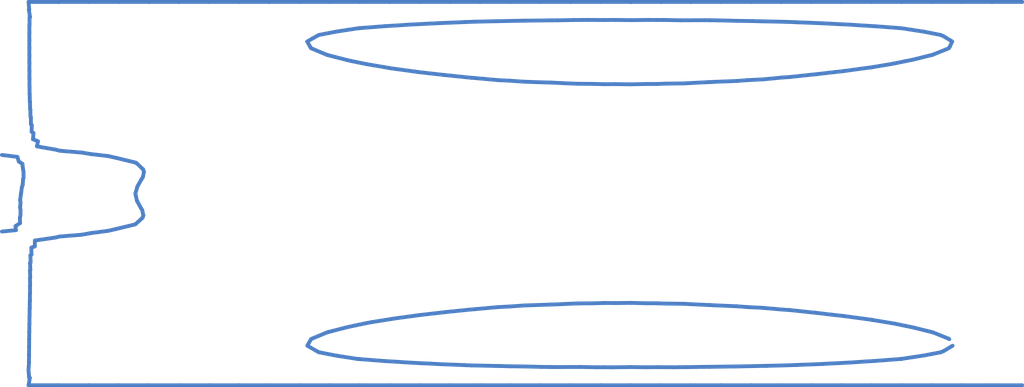
<source format=kicad_pcb>
(kicad_pcb
	(version 20240108)
	(generator "pcbnew")
	(generator_version "8.0")
	(general
		(thickness 1.6)
		(legacy_teardrops no)
	)
	(paper "A4")
	(layers
		(0 "F.Cu" signal)
		(31 "B.Cu" signal)
		(32 "B.Adhes" user "B.Adhesive")
		(33 "F.Adhes" user "F.Adhesive")
		(34 "B.Paste" user)
		(35 "F.Paste" user)
		(36 "B.SilkS" user "B.Silkscreen")
		(37 "F.SilkS" user "F.Silkscreen")
		(38 "B.Mask" user)
		(39 "F.Mask" user)
		(40 "Dwgs.User" user "User.Drawings")
		(41 "Cmts.User" user "User.Comments")
		(42 "Eco1.User" user "User.Eco1")
		(43 "Eco2.User" user "User.Eco2")
		(44 "Edge.Cuts" user)
		(45 "Margin" user)
		(46 "B.CrtYd" user "B.Courtyard")
		(47 "F.CrtYd" user "F.Courtyard")
		(48 "B.Fab" user)
		(49 "F.Fab" user)
	)
	(setup
		(pad_to_mask_clearance 0)
		(allow_soldermask_bridges_in_footprints no)
		(pcbplotparams
			(layerselection 0x00010fc_80000001)
			(plot_on_all_layers_selection 0x0000000_00000000)
			(disableapertmacros no)
			(usegerberextensions no)
			(usegerberattributes yes)
			(usegerberadvancedattributes yes)
			(creategerberjobfile yes)
			(dashed_line_dash_ratio 12.000000)
			(dashed_line_gap_ratio 3.000000)
			(svgprecision 4)
			(plotframeref yes)
			(viasonmask no)
			(mode 1)
			(useauxorigin no)
			(hpglpennumber 1)
			(hpglpenspeed 20)
			(hpglpendiameter 15.000000)
			(pdf_front_fp_property_popups yes)
			(pdf_back_fp_property_popups yes)
			(dxfpolygonmode yes)
			(dxfimperialunits yes)
			(dxfusepcbnewfont yes)
			(psnegative no)
			(psa4output no)
			(plotreference yes)
			(plotvalue yes)
			(plotfptext yes)
			(plotinvisibletext no)
			(sketchpadsonfab no)
			(subtractmaskfromsilk no)
			(outputformat 1)
			(mirror no)
			(drillshape 1)
			(scaleselection 1)
			(outputdirectory "")
		)
	)
	(net 1 "")
    (segment (start -382.11 -215.6405) (end -415.41 -218.22) (width 5.00) (layer B.Cu) (net 1))
    (segment (start -415.41 -218.2161) (end -429.29 -219.02) (width 5.00) (layer B.Cu) (net 1))
    (segment (start -429.29 -219.0154) (end -449.84 -220.35) (width 5.00) (layer B.Cu) (net 1))
    (segment (start -449.84 -220.3483) (end -474.31 -221.55) (width 5.00) (layer B.Cu) (net 1))
    (segment (start -474.31 -221.5478) (end -484.96 -222.14) (width 5.00) (layer B.Cu) (net 1))
    (segment (start -484.96 -222.1404) (end -517.81 -223.45) (width 5.00) (layer B.Cu) (net 1))
    (segment (start -517.81 -223.4549) (end -520.54 -223.58) (width 5.00) (layer B.Cu) (net 1))
    (segment (start -520.54 -223.5782) (end -533.21 -224.01) (width 5.00) (layer B.Cu) (net 1))
    (segment (start -533.21 -224.0104) (end -558.95 -224.63) (width 5.00) (layer B.Cu) (net 1))
    (segment (start -558.95 -224.6338) (end -563.36 -224.70) (width 5.00) (layer B.Cu) (net 1))
    (segment (start -563.36 -224.6959) (end -576.78 -225.03) (width 5.00) (layer B.Cu) (net 1))
    (segment (start -576.78 -225.0270) (end -596.95 -225.32) (width 5.00) (layer B.Cu) (net 1))
    (segment (start -596.95 -225.3151) (end -621.32 -225.96) (width 5.00) (layer B.Cu) (net 1))
    (segment (start -621.32 -225.9576) (end -630.65 -226.10) (width 5.00) (layer B.Cu) (net 1))
    (segment (start -630.65 -226.0956) (end -632.83 -226.11) (width 5.00) (layer B.Cu) (net 1))
    (segment (start -632.83 -226.1100) (end -638.59 -226.17) (width 5.00) (layer B.Cu) (net 1))
    (segment (start -638.59 -226.1738) (end -669.53 -226.05) (width 5.00) (layer B.Cu) (net 1))
    (segment (start -669.53 -226.0548) (end -692.05 -226.46) (width 5.00) (layer B.Cu) (net 1))
    (segment (start -692.05 -226.4635) (end -701.27 -226.42) (width 5.00) (layer B.Cu) (net 1))
    (segment (start -701.27 -226.4179) (end -711.67 -226.51) (width 5.00) (layer B.Cu) (net 1))
    (segment (start -711.67 -226.5130) (end -735.40 -226.24) (width 5.00) (layer B.Cu) (net 1))
    (segment (start -735.40 -226.2417) (end -756.47 -226.50) (width 5.00) (layer B.Cu) (net 1))
    (segment (start -756.47 -226.5049) (end -769.80 -226.39) (width 5.00) (layer B.Cu) (net 1))
    (segment (start -769.80 -226.3853) (end -791.66 -226.53) (width 5.00) (layer B.Cu) (net 1))
    (segment (start -791.66 -226.5311) (end -798.99 -226.44) (width 5.00) (layer B.Cu) (net 1))
    (segment (start -798.99 -226.4383) (end -809.57 -226.40) (width 5.00) (layer B.Cu) (net 1))
    (segment (start -809.57 -226.3995) (end -831.08 -226.02) (width 5.00) (layer B.Cu) (net 1))
    (segment (start -831.08 -226.0204) (end -838.01 -225.99) (width 5.00) (layer B.Cu) (net 1))
    (segment (start -838.01 -225.9931) (end -872.45 -225.53) (width 5.00) (layer B.Cu) (net 1))
    (segment (start -872.45 -225.5326) (end -875.98 -225.49) (width 5.00) (layer B.Cu) (net 1))
    (segment (start -875.98 -225.4907) (end -910.65 -224.84) (width 5.00) (layer B.Cu) (net 1))
    (segment (start -910.65 -224.8400) (end -913.54 -224.80) (width 5.00) (layer B.Cu) (net 1))
    (segment (start -913.54 -224.7979) (end -938.62 -224.19) (width 5.00) (layer B.Cu) (net 1))
    (segment (start -938.62 -224.1852) (end -950.47 -223.78) (width 5.00) (layer B.Cu) (net 1))
    (segment (start -950.47 -223.7771) (end -952.56 -223.68) (width 5.00) (layer B.Cu) (net 1))
    (segment (start -952.56 -223.6806) (end -986.39 -222.28) (width 5.00) (layer B.Cu) (net 1))
    (segment (start -986.39 -222.2841) (end -996.30 -221.75) (width 5.00) (layer B.Cu) (net 1))
    (segment (start -996.30 -221.7508) (end -1021.66 -220.52) (width 5.00) (layer B.Cu) (net 1))
    (segment (start -1021.66 -220.5185) (end -1041.32 -219.23) (width 5.00) (layer B.Cu) (net 1))
    (segment (start -1041.32 -219.2323) (end -1056.01 -218.37) (width 5.00) (layer B.Cu) (net 1))
    (segment (start -1056.01 -218.3718) (end -1088.28 -215.83) (width 5.00) (layer B.Cu) (net 1))
    (segment (start -1088.28 -215.8252) (end -1089.24 -215.76) (width 5.00) (layer B.Cu) (net 1))
    (segment (start -1089.24 -215.7573) (end -1091.17 -215.58) (width 5.00) (layer B.Cu) (net 1))
    (segment (start -1091.17 -215.5803) (end -1118.60 -211.38) (width 5.00) (layer B.Cu) (net 1))
    (segment (start -1118.60 -211.3820) (end -1141.73 -206.98) (width 5.00) (layer B.Cu) (net 1))
    (segment (start -1141.73 -206.9754) (end -1144.57 -205.57) (width 5.00) (layer B.Cu) (net 1))
    (segment (start -1144.57 -205.5715) (end -1157.28 -198.37) (width 5.00) (layer B.Cu) (net 1))
    (segment (start -1157.28 -198.3704) (end -1153.97 -192.47) (width 5.00) (layer B.Cu) (net 1))
    (segment (start -1153.97 -192.4694) (end -1152.42 -189.77) (width 5.00) (layer B.Cu) (net 1))
    (segment (start -1152.42 -189.7655) (end -1150.16 -188.72) (width 5.00) (layer B.Cu) (net 1))
    (segment (start -1150.16 -188.7186) (end -1132.08 -181.16) (width 5.00) (layer B.Cu) (net 1))
    (segment (start -1132.08 -181.1606) (end -1129.70 -180.47) (width 5.00) (layer B.Cu) (net 1))
    (segment (start -1129.70 -180.4671) (end -1122.07 -178.49) (width 5.00) (layer B.Cu) (net 1))
    (segment (start -1122.07 -178.4882) (end -1105.01 -174.09) (width 5.00) (layer B.Cu) (net 1))
    (segment (start -1105.01 -174.0941) (end -1098.81 -172.71) (width 5.00) (layer B.Cu) (net 1))
    (segment (start -1098.81 -172.7069) (end -1079.81 -168.85) (width 5.00) (layer B.Cu) (net 1))
    (segment (start -1079.81 -168.8467) (end -1056.85 -164.95) (width 5.00) (layer B.Cu) (net 1))
    (segment (start -1056.85 -164.9537) (end -1051.23 -163.97) (width 5.00) (layer B.Cu) (net 1))
    (segment (start -1051.23 -163.9740) (end -1046.95 -163.26) (width 5.00) (layer B.Cu) (net 1))
    (segment (start -1046.95 -163.2564) (end -1017.35 -159.24) (width 5.00) (layer B.Cu) (net 1))
    (segment (start -1017.35 -159.2363) (end -1012.53 -158.53) (width 5.00) (layer B.Cu) (net 1))
    (segment (start -1012.53 -158.5344) (end -979.37 -154.79) (width 5.00) (layer B.Cu) (net 1))
    (segment (start -979.37 -154.7934) (end -977.89 -154.60) (width 5.00) (layer B.Cu) (net 1))
    (segment (start -977.89 -154.5990) (end -969.62 -153.77) (width 5.00) (layer B.Cu) (net 1))
    (segment (start -969.62 -153.7685) (end -943.24 -151.05) (width 5.00) (layer B.Cu) (net 1))
    (segment (start -943.24 -151.0456) (end -938.54 -150.71) (width 5.00) (layer B.Cu) (net 1))
    (segment (start -938.54 -150.7053) (end -908.60 -148.01) (width 5.00) (layer B.Cu) (net 1))
    (segment (start -908.60 -148.0068) (end -893.39 -147.25) (width 5.00) (layer B.Cu) (net 1))
    (segment (start -893.39 -147.2537) (end -873.96 -145.91) (width 5.00) (layer B.Cu) (net 1))
    (segment (start -873.96 -145.9084) (end -840.74 -144.80) (width 5.00) (layer B.Cu) (net 1))
    (segment (start -840.74 -144.8042) (end -839.32 -144.73) (width 5.00) (layer B.Cu) (net 1))
    (segment (start -839.32 -144.7288) (end -837.13 -144.67) (width 5.00) (layer B.Cu) (net 1))
    (segment (start -837.13 -144.6678) (end -804.68 -143.23) (width 5.00) (layer B.Cu) (net 1))
    (segment (start -804.68 -143.2305) (end -783.86 -143.07) (width 5.00) (layer B.Cu) (net 1))
    (segment (start -783.86 -143.0693) (end -770.04 -142.69) (width 5.00) (layer B.Cu) (net 1))
    (segment (start -770.04 -142.6865) (end -755.29 -142.80) (width 5.00) (layer B.Cu) (net 1))
    (segment (start -755.29 -142.8021) (end -735.40 -142.55) (width 5.00) (layer B.Cu) (net 1))
    (segment (start -735.40 -142.5521) (end -715.46 -142.95) (width 5.00) (layer B.Cu) (net 1))
    (segment (start -715.46 -142.9492) (end -700.76 -142.95) (width 5.00) (layer B.Cu) (net 1))
    (segment (start -700.76 -142.9534) (end -689.99 -143.38) (width 5.00) (layer B.Cu) (net 1))
    (segment (start -689.99 -143.3784) (end -666.12 -143.73) (width 5.00) (layer B.Cu) (net 1))
    (segment (start -666.12 -143.7334) (end -634.22 -145.37) (width 5.00) (layer B.Cu) (net 1))
    (segment (start -634.22 -145.3737) (end -631.48 -145.45) (width 5.00) (layer B.Cu) (net 1))
    (segment (start -631.48 -145.4464) (end -626.73 -145.73) (width 5.00) (layer B.Cu) (net 1))
    (segment (start -626.73 -145.7252) (end -596.83 -146.90) (width 5.00) (layer B.Cu) (net 1))
    (segment (start -596.83 -146.9021) (end -583.29 -147.96) (width 5.00) (layer B.Cu) (net 1))
    (segment (start -583.29 -147.9627) (end -562.19 -149.04) (width 5.00) (layer B.Cu) (net 1))
    (segment (start -562.19 -149.0359) (end -537.64 -151.38) (width 5.00) (layer B.Cu) (net 1))
    (segment (start -537.64 -151.3845) (end -527.55 -152.09) (width 5.00) (layer B.Cu) (net 1))
    (segment (start -527.55 -152.0874) (end -496.18 -155.44) (width 5.00) (layer B.Cu) (net 1))
    (segment (start -496.18 -155.4421) (end -492.91 -155.72) (width 5.00) (layer B.Cu) (net 1))
    (segment (start -492.91 -155.7229) (end -468.80 -158.56) (width 5.00) (layer B.Cu) (net 1))
    (segment (start -468.80 -158.5581) (end -458.27 -159.66) (width 5.00) (layer B.Cu) (net 1))
    (segment (start -458.27 -159.6623) (end -457.27 -159.82) (width 5.00) (layer B.Cu) (net 1))
    (segment (start -457.27 -159.8218) (end -431.45 -163.38) (width 5.00) (layer B.Cu) (net 1))
    (segment (start -431.45 -163.3825) (end -422.05 -164.57) (width 5.00) (layer B.Cu) (net 1))
    (segment (start -422.05 -164.5698) (end -421.74 -164.61) (width 5.00) (layer B.Cu) (net 1))
    (segment (start -421.74 -164.6077) (end -421.21 -164.70) (width 5.00) (layer B.Cu) (net 1))
    (segment (start -421.21 -164.7001) (end -392.48 -169.52) (width 5.00) (layer B.Cu) (net 1))
    (segment (start -392.48 -169.5213) (end -377.17 -172.71) (width 5.00) (layer B.Cu) (net 1))
    (segment (start -377.17 -172.7056) (end -367.30 -174.66) (width 5.00) (layer B.Cu) (net 1))
    (segment (start -367.30 -174.6571) (end -344.91 -180.23) (width 5.00) (layer B.Cu) (net 1))
    (segment (start -344.91 -180.2295) (end -342.14 -180.90) (width 5.00) (layer B.Cu) (net 1))
    (segment (start -342.14 -180.9035) (end -341.38 -181.16) (width 5.00) (layer B.Cu) (net 1))
    (segment (start -341.38 -181.1606) (end -321.62 -189.10) (width 5.00) (layer B.Cu) (net 1))
    (segment (start -321.62 -189.1012) (end -320.42 -189.77) (width 5.00) (layer B.Cu) (net 1))
    (segment (start -320.42 -189.7655) (end -319.23 -191.51) (width 5.00) (layer B.Cu) (net 1))
    (segment (start -319.23 -191.5139) (end -316.07 -198.37) (width 5.00) (layer B.Cu) (net 1))
    (segment (start -316.07 -198.3704) (end -327.24 -205.21) (width 5.00) (layer B.Cu) (net 1))
    (segment (start -327.24 -205.2136) (end -331.37 -206.98) (width 5.00) (layer B.Cu) (net 1))
    (segment (start -331.37 -206.9754) (end -352.97 -211.18) (width 5.00) (layer B.Cu) (net 1))
    (segment (start -352.97 -211.1838) (end -381.46 -215.58) (width 5.00) (layer B.Cu) (net 1))
    (segment (start -319.91 189.7655) (end -321.34 188.97) (width 5.00) (layer B.Cu) (net 1))
    (segment (start -321.34 188.9731) (end -340.86 181.16) (width 5.00) (layer B.Cu) (net 1))
    (segment (start -340.86 181.1606) (end -342.01 180.78) (width 5.00) (layer B.Cu) (net 1))
    (segment (start -342.01 180.7786) (end -345.80 179.86) (width 5.00) (layer B.Cu) (net 1))
    (segment (start -345.80 179.8565) (end -367.04 174.55) (width 5.00) (layer B.Cu) (net 1))
    (segment (start -367.04 174.5479) (end -375.71 172.81) (width 5.00) (layer B.Cu) (net 1))
    (segment (start -375.71 172.8108) (end -391.03 169.61) (width 5.00) (layer B.Cu) (net 1))
    (segment (start -391.03 169.6116) (end -419.47 164.90) (width 5.00) (layer B.Cu) (net 1))
    (segment (start -419.47 164.8950) (end -420.68 164.65) (width 5.00) (layer B.Cu) (net 1))
    (segment (start -420.68 164.6528) (end -421.68 164.48) (width 5.00) (layer B.Cu) (net 1))
    (segment (start -421.68 164.4767) (end -456.93 159.77) (width 5.00) (layer B.Cu) (net 1))
    (segment (start -456.93 159.7683) (end -458.27 159.56) (width 5.00) (layer B.Cu) (net 1))
    (segment (start -458.27 159.5560) (end -473.02 157.96) (width 5.00) (layer B.Cu) (net 1))
    (segment (start -473.02 157.9629) (end -492.91 155.56) (width 5.00) (layer B.Cu) (net 1))
    (segment (start -492.91 155.5636) (end -495.45 155.34) (width 5.00) (layer B.Cu) (net 1))
    (segment (start -495.45 155.3435) (end -527.55 151.90) (width 5.00) (layer B.Cu) (net 1))
    (segment (start -527.55 151.9042) (end -537.08 151.31) (width 5.00) (layer B.Cu) (net 1))
    (segment (start -537.08 151.3061) (end -562.19 149.07) (width 5.00) (layer B.Cu) (net 1))
    (segment (start -562.19 149.0740) (end -583.51 147.99) (width 5.00) (layer B.Cu) (net 1))
    (segment (start -583.51 147.9947) (end -596.83 146.94) (width 5.00) (layer B.Cu) (net 1))
    (segment (start -596.83 146.9449) (end -627.17 145.66) (width 5.00) (layer B.Cu) (net 1))
    (segment (start -627.17 145.6595) (end -631.48 145.39) (width 5.00) (layer B.Cu) (net 1))
    (segment (start -631.48 145.3933) (end -633.91 145.33) (width 5.00) (layer B.Cu) (net 1))
    (segment (start -633.91 145.3311) (end -666.12 143.74) (width 5.00) (layer B.Cu) (net 1))
    (segment (start -666.12 143.7406) (end -690.32 143.43) (width 5.00) (layer B.Cu) (net 1))
    (segment (start -690.32 143.4273) (end -700.76 143.04) (width 5.00) (layer B.Cu) (net 1))
    (segment (start -700.76 143.0434) (end -715.17 142.99) (width 5.00) (layer B.Cu) (net 1))
    (segment (start -715.17 142.9910) (end -735.40 142.53) (width 5.00) (layer B.Cu) (net 1))
    (segment (start -735.40 142.5258) (end -754.98 142.76) (width 5.00) (layer B.Cu) (net 1))
    (segment (start -754.98 142.7567) (end -770.04 142.63) (width 5.00) (layer B.Cu) (net 1))
    (segment (start -770.04 142.6281) (end -783.99 143.05) (width 5.00) (layer B.Cu) (net 1))
    (segment (start -783.99 143.0513) (end -804.68 143.26) (width 5.00) (layer B.Cu) (net 1))
    (segment (start -804.68 143.2577) (end -836.96 144.64) (width 5.00) (layer B.Cu) (net 1))
    (segment (start -836.96 144.6425) (end -839.32 144.71) (width 5.00) (layer B.Cu) (net 1))
    (segment (start -839.32 144.7052) (end -840.86 144.79) (width 5.00) (layer B.Cu) (net 1))
    (segment (start -840.86 144.7873) (end -873.96 145.88) (width 5.00) (layer B.Cu) (net 1))
    (segment (start -873.96 145.8784) (end -893.34 147.26) (width 5.00) (layer B.Cu) (net 1))
    (segment (start -893.34 147.2612) (end -908.60 148.05) (width 5.00) (layer B.Cu) (net 1))
    (segment (start -908.60 148.0458) (end -938.39 150.73) (width 5.00) (layer B.Cu) (net 1))
    (segment (start -938.39 150.7279) (end -943.24 151.08) (width 5.00) (layer B.Cu) (net 1))
    (segment (start -943.24 151.0834) (end -970.51 153.90) (width 5.00) (layer B.Cu) (net 1))
    (segment (start -970.51 153.8989) (end -977.89 154.64) (width 5.00) (layer B.Cu) (net 1))
    (segment (start -977.89 154.6380) (end -979.22 154.81) (width 5.00) (layer B.Cu) (net 1))
    (segment (start -979.22 154.8143) (end -1012.53 158.63) (width 5.00) (layer B.Cu) (net 1))
    (segment (start -1012.53 158.6300) (end -1017.29 159.33) (width 5.00) (layer B.Cu) (net 1))
    (segment (start -1017.29 159.3349) (end -1043.38 162.87) (width 5.00) (layer B.Cu) (net 1))
    (segment (start -1043.38 162.8690) (end -1048.88 163.78) (width 5.00) (layer B.Cu) (net 1))
    (segment (start -1048.88 163.7785) (end -1073.53 167.70) (width 5.00) (layer B.Cu) (net 1))
    (segment (start -1073.53 167.7010) (end -1081.23 169.17) (width 5.00) (layer B.Cu) (net 1))
    (segment (start -1081.23 169.1725) (end -1094.21 171.86) (width 5.00) (layer B.Cu) (net 1))
    (segment (start -1094.21 171.8579) (end -1106.42 174.54) (width 5.00) (layer B.Cu) (net 1))
    (segment (start -1106.42 174.5439) (end -1124.49 179.22) (width 5.00) (layer B.Cu) (net 1))
    (segment (start -1124.49 179.2220) (end -1129.56 180.53) (width 5.00) (layer B.Cu) (net 1))
    (segment (start -1129.56 180.5290) (end -1131.73 181.16) (width 5.00) (layer B.Cu) (net 1))
    (segment (start -1131.73 181.1606) (end -1150.05 188.76) (width 5.00) (layer B.Cu) (net 1))
    (segment (start -1150.05 188.7632) (end -1152.22 189.77) (width 5.00) (layer B.Cu) (net 1))
    (segment (start -1152.22 189.7655) (end -1153.69 192.35) (width 5.00) (layer B.Cu) (net 1))
    (segment (start -1153.69 192.3461) (end -1157.12 198.37) (width 5.00) (layer B.Cu) (net 1))
    (segment (start -1157.12 198.3704) (end -1144.57 205.57) (width 5.00) (layer B.Cu) (net 1))
    (segment (start -1144.57 205.5706) (end -1141.79 206.98) (width 5.00) (layer B.Cu) (net 1))
    (segment (start -1141.79 206.9754) (end -1118.73 211.44) (width 5.00) (layer B.Cu) (net 1))
    (segment (start -1118.73 211.4386) (end -1091.99 215.58) (width 5.00) (layer B.Cu) (net 1))
    (segment (start -1091.99 215.5803) (end -1089.39 215.82) (width 5.00) (layer B.Cu) (net 1))
    (segment (start -1089.39 215.8221) (end -1088.08 215.91) (width 5.00) (layer B.Cu) (net 1))
    (segment (start -1088.08 215.9149) (end -1056.12 218.42) (width 5.00) (layer B.Cu) (net 1))
    (segment (start -1056.12 218.4194) (end -1041.21 219.28) (width 5.00) (layer B.Cu) (net 1))
    (segment (start -1041.21 219.2829) (end -1021.73 220.55) (width 5.00) (layer B.Cu) (net 1))
    (segment (start -1021.73 220.5491) (end -996.19 221.80) (width 5.00) (layer B.Cu) (net 1))
    (segment (start -996.19 221.7989) (end -986.51 222.33) (width 5.00) (layer B.Cu) (net 1))
    (segment (start -986.51 222.3344) (end -952.56 223.68) (width 5.00) (layer B.Cu) (net 1))
    (segment (start -952.56 223.6806) (end -950.64 223.77) (width 5.00) (layer B.Cu) (net 1))
    (segment (start -950.64 223.7655) (end -942.74 224.06) (width 5.00) (layer B.Cu) (net 1))
    (segment (start -942.74 224.0582) (end -911.30 224.77) (width 5.00) (layer B.Cu) (net 1))
    (segment (start -911.30 224.7722) (end -906.04 224.84) (width 5.00) (layer B.Cu) (net 1))
    (segment (start -906.04 224.8411) (end -892.16 225.21) (width 5.00) (layer B.Cu) (net 1))
    (segment (start -892.16 225.2073) (end -873.88 225.44) (width 5.00) (layer B.Cu) (net 1))
    (segment (start -873.88 225.4409) (end -851.88 226.02) (width 5.00) (layer B.Cu) (net 1))
    (segment (start -851.88 226.0184) (end -840.37 226.17) (width 5.00) (layer B.Cu) (net 1))
    (segment (start -840.37 226.1654) (end -837.90 226.18) (width 5.00) (layer B.Cu) (net 1))
    (segment (start -837.90 226.1800) (end -832.25 226.25) (width 5.00) (layer B.Cu) (net 1))
    (segment (start -832.25 226.2465) (end -801.26 226.10) (width 5.00) (layer B.Cu) (net 1))
    (segment (start -801.26 226.1033) (end -779.53 226.49) (width 5.00) (layer B.Cu) (net 1))
    (segment (start -779.53 226.4920) (end -769.52 226.44) (width 5.00) (layer B.Cu) (net 1))
    (segment (start -769.52 226.4409) (end -759.87 226.53) (width 5.00) (layer B.Cu) (net 1))
    (segment (start -759.87 226.5283) (end -735.40 226.23) (width 5.00) (layer B.Cu) (net 1))
    (segment (start -735.40 226.2306) (end -715.02 226.47) (width 5.00) (layer B.Cu) (net 1))
    (segment (start -715.02 226.4706) (end -700.81 226.34) (width 5.00) (layer B.Cu) (net 1))
    (segment (start -700.81 226.3398) (end -679.36 226.47) (width 5.00) (layer B.Cu) (net 1))
    (segment (start -679.36 226.4726) (end -671.69 226.38) (width 5.00) (layer B.Cu) (net 1))
    (segment (start -671.69 226.3776) (end -662.52 226.34) (width 5.00) (layer B.Cu) (net 1))
    (segment (start -662.52 226.3418) (end -639.91 225.96) (width 5.00) (layer B.Cu) (net 1))
    (segment (start -639.91 225.9559) (end -632.64 225.92) (width 5.00) (layer B.Cu) (net 1))
    (segment (start -632.64 225.9204) (end -598.50 225.41) (width 5.00) (layer B.Cu) (net 1))
    (segment (start -598.50 225.4057) (end -593.84 225.35) (width 5.00) (layer B.Cu) (net 1))
    (segment (start -593.84 225.3450) (end -559.84 224.67) (width 5.00) (layer B.Cu) (net 1))
    (segment (start -559.84 224.6737) (end -557.68 224.64) (width 5.00) (layer B.Cu) (net 1))
    (segment (start -557.68 224.6413) (end -539.66 224.19) (width 5.00) (layer B.Cu) (net 1))
    (segment (start -539.66 224.1852) (end -520.65 223.59) (width 5.00) (layer B.Cu) (net 1))
    (segment (start -520.65 223.5919) (end -517.84 223.47) (width 5.00) (layer B.Cu) (net 1))
    (segment (start -517.84 223.4687) (end -484.86 222.18) (width 5.00) (layer B.Cu) (net 1))
    (segment (start -484.86 222.1838) (end -474.43 221.60) (width 5.00) (layer B.Cu) (net 1))
    (segment (start -474.43 221.6025) (end -449.81 220.36) (width 5.00) (layer B.Cu) (net 1))
    (segment (start -449.81 220.3608) (end -429.20 218.98) (width 5.00) (layer B.Cu) (net 1))
    (segment (start -429.20 218.9753) (end -415.53 218.16) (width 5.00) (layer B.Cu) (net 1))
    (segment (start -415.53 218.1647) (end -382.29 215.58) (width 5.00) (layer B.Cu) (net 1))
    (segment (start -382.29 215.5803) (end -382.04 215.55) (width 5.00) (layer B.Cu) (net 1))
    (segment (start -382.04 215.5518) (end -381.84 215.52) (width 5.00) (layer B.Cu) (net 1))
    (segment (start -381.84 215.5205) (end -353.02 211.16) (width 5.00) (layer B.Cu) (net 1))
    (segment (start -353.02 211.1612) (end -331.08 206.98) (width 5.00) (layer B.Cu) (net 1))
    (segment (start -331.08 206.9754) (end -327.03 205.30) (width 5.00) (layer B.Cu) (net 1))
    (segment (start -327.03 205.3010) (end -315.54 198.37) (width 5.00) (layer B.Cu) (net 1))
    (segment (start -224.89 -249.9971) (end -224.90 -250.00) (width 5.00) (layer B.Cu) (net 1))
    (segment (start -224.90 -249.9975) (end -264.15 -250.00) (width 5.00) (layer B.Cu) (net 1))
    (segment (start -264.15 -249.9975) (end -264.16 -250.00) (width 5.00) (layer B.Cu) (net 1))
    (segment (start -264.16 -249.9977) (end -303.43 -250.00) (width 5.00) (layer B.Cu) (net 1))
    (segment (start -303.43 -249.9977) (end -303.44 -250.00) (width 5.00) (layer B.Cu) (net 1))
    (segment (start -303.44 -249.9980) (end -342.69 -250.00) (width 5.00) (layer B.Cu) (net 1))
    (segment (start -342.69 -249.9980) (end -342.70 -250.00) (width 5.00) (layer B.Cu) (net 1))
    (segment (start -342.70 -249.9981) (end -381.97 -250.00) (width 5.00) (layer B.Cu) (net 1))
    (segment (start -381.97 -249.9981) (end -381.98 -250.00) (width 5.00) (layer B.Cu) (net 1))
    (segment (start -381.98 -249.9982) (end -421.24 -250.00) (width 5.00) (layer B.Cu) (net 1))
    (segment (start -421.24 -249.9982) (end -421.24 -250.00) (width 5.00) (layer B.Cu) (net 1))
    (segment (start -421.24 -249.9983) (end -460.51 -250.00) (width 5.00) (layer B.Cu) (net 1))
    (segment (start -460.51 -249.9983) (end -460.51 -250.00) (width 5.00) (layer B.Cu) (net 1))
    (segment (start -460.51 -249.9984) (end -499.78 -250.00) (width 5.00) (layer B.Cu) (net 1))
    (segment (start -499.78 -249.9984) (end -499.78 -250.00) (width 5.00) (layer B.Cu) (net 1))
    (segment (start -499.78 -249.9985) (end -539.05 -250.00) (width 5.00) (layer B.Cu) (net 1))
    (segment (start -539.05 -249.9985) (end -539.05 -250.00) (width 5.00) (layer B.Cu) (net 1))
    (segment (start -539.05 -249.9985) (end -578.32 -250.00) (width 5.00) (layer B.Cu) (net 1))
    (segment (start -578.32 -249.9985) (end -578.32 -250.00) (width 5.00) (layer B.Cu) (net 1))
    (segment (start -578.32 -249.9986) (end -617.59 -250.00) (width 5.00) (layer B.Cu) (net 1))
    (segment (start -617.59 -249.9986) (end -617.59 -250.00) (width 5.00) (layer B.Cu) (net 1))
    (segment (start -617.59 -249.9986) (end -656.85 -250.00) (width 5.00) (layer B.Cu) (net 1))
    (segment (start -656.85 -249.9986) (end -656.86 -250.00) (width 5.00) (layer B.Cu) (net 1))
    (segment (start -656.86 -249.9986) (end -696.13 -250.00) (width 5.00) (layer B.Cu) (net 1))
    (segment (start -696.13 -249.9986) (end -696.13 -250.00) (width 5.00) (layer B.Cu) (net 1))
    (segment (start -696.13 -249.9986) (end -735.39 -250.00) (width 5.00) (layer B.Cu) (net 1))
    (segment (start -735.39 -249.9986) (end -735.40 -250.00) (width 5.00) (layer B.Cu) (net 1))
    (segment (start -735.40 -249.9986) (end -735.40 -250.00) (width 5.00) (layer B.Cu) (net 1))
    (segment (start -735.40 -249.9986) (end -774.67 -250.00) (width 5.00) (layer B.Cu) (net 1))
    (segment (start -774.67 -249.9986) (end -774.67 -250.00) (width 5.00) (layer B.Cu) (net 1))
    (segment (start -774.67 -249.9986) (end -813.93 -250.00) (width 5.00) (layer B.Cu) (net 1))
    (segment (start -813.93 -249.9986) (end -813.94 -250.00) (width 5.00) (layer B.Cu) (net 1))
    (segment (start -813.94 -249.9986) (end -853.21 -250.00) (width 5.00) (layer B.Cu) (net 1))
    (segment (start -853.21 -249.9986) (end -853.21 -250.00) (width 5.00) (layer B.Cu) (net 1))
    (segment (start -853.21 -249.9986) (end -892.47 -250.00) (width 5.00) (layer B.Cu) (net 1))
    (segment (start -892.47 -249.9986) (end -892.48 -250.00) (width 5.00) (layer B.Cu) (net 1))
    (segment (start -892.48 -249.9985) (end -931.75 -250.00) (width 5.00) (layer B.Cu) (net 1))
    (segment (start -931.75 -249.9985) (end -931.75 -250.00) (width 5.00) (layer B.Cu) (net 1))
    (segment (start -931.75 -249.9985) (end -971.01 -250.00) (width 5.00) (layer B.Cu) (net 1))
    (segment (start -971.01 -249.9985) (end -971.02 -250.00) (width 5.00) (layer B.Cu) (net 1))
    (segment (start -971.02 -249.9984) (end -1010.28 -250.00) (width 5.00) (layer B.Cu) (net 1))
    (segment (start -1010.28 -249.9984) (end -1010.29 -250.00) (width 5.00) (layer B.Cu) (net 1))
    (segment (start -1010.29 -249.9983) (end -1049.55 -250.00) (width 5.00) (layer B.Cu) (net 1))
    (segment (start -1049.55 -249.9983) (end -1049.56 -250.00) (width 5.00) (layer B.Cu) (net 1))
    (segment (start -1049.56 -249.9982) (end -1088.82 -250.00) (width 5.00) (layer B.Cu) (net 1))
    (segment (start -1088.82 -249.9982) (end -1088.83 -250.00) (width 5.00) (layer B.Cu) (net 1))
    (segment (start -1088.83 -249.9981) (end -1128.09 -250.00) (width 5.00) (layer B.Cu) (net 1))
    (segment (start -1128.09 -249.9981) (end -1128.10 -250.00) (width 5.00) (layer B.Cu) (net 1))
    (segment (start -1128.10 -249.9980) (end -1167.36 -250.00) (width 5.00) (layer B.Cu) (net 1))
    (segment (start -1167.36 -249.9980) (end -1167.37 -250.00) (width 5.00) (layer B.Cu) (net 1))
    (segment (start -1167.37 -249.9977) (end -1206.63 -250.00) (width 5.00) (layer B.Cu) (net 1))
    (segment (start -1206.63 -249.9977) (end -1206.64 -250.00) (width 5.00) (layer B.Cu) (net 1))
    (segment (start -1206.64 -249.9975) (end -1245.90 -250.00) (width 5.00) (layer B.Cu) (net 1))
    (segment (start -1245.90 -249.9975) (end -1245.91 -250.00) (width 5.00) (layer B.Cu) (net 1))
    (segment (start -1245.91 -249.9971) (end -1285.17 -250.00) (width 5.00) (layer B.Cu) (net 1))
    (segment (start -1285.17 -249.9971) (end -1285.18 -250.00) (width 5.00) (layer B.Cu) (net 1))
    (segment (start -1285.18 -249.9966) (end -1324.44 -250.00) (width 5.00) (layer B.Cu) (net 1))
    (segment (start -1324.44 -249.9966) (end -1324.46 -250.00) (width 5.00) (layer B.Cu) (net 1))
    (segment (start -1324.46 -249.9958) (end -1363.71 -250.00) (width 5.00) (layer B.Cu) (net 1))
    (segment (start -1363.71 -249.9958) (end -1363.73 -249.99) (width 5.00) (layer B.Cu) (net 1))
    (segment (start -1363.73 -249.9946) (end -1402.97 -249.99) (width 5.00) (layer B.Cu) (net 1))
    (segment (start -1402.97 -249.9946) (end -1403.00 -249.99) (width 5.00) (layer B.Cu) (net 1))
    (segment (start -1403.00 -249.9926) (end -1442.24 -249.99) (width 5.00) (layer B.Cu) (net 1))
    (segment (start -1442.24 -249.9926) (end -1442.28 -249.99) (width 5.00) (layer B.Cu) (net 1))
    (segment (start -1442.28 -249.9878) (end -1481.50 -249.99) (width 5.00) (layer B.Cu) (net 1))
    (segment (start -1481.50 -249.9878) (end -1481.58 -249.97) (width 5.00) (layer B.Cu) (net 1))
    (segment (start -1481.58 -249.9694) (end -1520.68 -249.97) (width 5.00) (layer B.Cu) (net 1))
    (segment (start -1520.68 -249.9694) (end -1519.83 -240.11) (width 5.00) (layer B.Cu) (net 1))
    (segment (start -1519.83 -240.1120) (end -1520.36 -239.93) (width 5.00) (layer B.Cu) (net 1))
    (segment (start -1520.36 -239.9262) (end -1518.73 -230.32) (width 5.00) (layer B.Cu) (net 1))
    (segment (start -1518.73 -230.3160) (end -1519.38 -229.80) (width 5.00) (layer B.Cu) (net 1))
    (segment (start -1519.38 -229.7951) (end -1519.42 -220.20) (width 5.00) (layer B.Cu) (net 1))
    (segment (start -1519.42 -220.1989) (end -1519.69 -219.84) (width 5.00) (layer B.Cu) (net 1))
    (segment (start -1519.69 -219.8394) (end -1519.60 -210.17) (width 5.00) (layer B.Cu) (net 1))
    (segment (start -1519.60 -210.1730) (end -1519.71 -209.84) (width 5.00) (layer B.Cu) (net 1))
    (segment (start -1519.71 -209.8425) (end -1519.67 -200.16) (width 5.00) (layer B.Cu) (net 1))
    (segment (start -1519.67 -200.1631) (end -1519.68 -199.84) (width 5.00) (layer B.Cu) (net 1))
    (segment (start -1519.68 -199.8387) (end -1519.70 -190.16) (width 5.00) (layer B.Cu) (net 1))
    (segment (start -1519.70 -190.1592) (end -1519.64 -189.83) (width 5.00) (layer B.Cu) (net 1))
    (segment (start -1519.64 -189.8326) (end -1519.71 -180.16) (width 5.00) (layer B.Cu) (net 1))
    (segment (start -1519.71 -180.1579) (end -1519.60 -179.83) (width 5.00) (layer B.Cu) (net 1))
    (segment (start -1519.60 -179.8267) (end -1519.70 -170.16) (width 5.00) (layer B.Cu) (net 1))
    (segment (start -1519.70 -170.1583) (end -1519.57 -169.82) (width 5.00) (layer B.Cu) (net 1))
    (segment (start -1519.57 -169.8217) (end -1519.68 -160.16) (width 5.00) (layer B.Cu) (net 1))
    (segment (start -1519.68 -160.1612) (end -1519.53 -159.82) (width 5.00) (layer B.Cu) (net 1))
    (segment (start -1519.53 -159.8170) (end -1519.63 -150.17) (width 5.00) (layer B.Cu) (net 1))
    (segment (start -1519.63 -150.1693) (end -1519.48 -149.81) (width 5.00) (layer B.Cu) (net 1))
    (segment (start -1519.48 -149.8094) (end -1519.51 -140.19) (width 5.00) (layer B.Cu) (net 1))
    (segment (start -1519.51 -140.1858) (end -1519.37 -139.79) (width 5.00) (layer B.Cu) (net 1))
    (segment (start -1519.37 -139.7938) (end -1519.32 -130.21) (width 5.00) (layer B.Cu) (net 1))
    (segment (start -1519.32 -130.2135) (end -1519.17 -129.76) (width 5.00) (layer B.Cu) (net 1))
    (segment (start -1519.17 -129.7646) (end -1519.05 -120.25) (width 5.00) (layer B.Cu) (net 1))
    (segment (start -1519.05 -120.2537) (end -1518.85 -119.72) (width 5.00) (layer B.Cu) (net 1))
    (segment (start -1518.85 -119.7172) (end -1518.68 -110.31) (width 5.00) (layer B.Cu) (net 1))
    (segment (start -1518.68 -110.3065) (end -1518.36 -109.65) (width 5.00) (layer B.Cu) (net 1))
    (segment (start -1518.36 -109.6462) (end -1518.21 -100.37) (width 5.00) (layer B.Cu) (net 1))
    (segment (start -1518.21 -100.3742) (end -1517.63 -99.54) (width 5.00) (layer B.Cu) (net 1))
    (segment (start -1517.63 -99.5408) (end -1517.59 -90.47) (width 5.00) (layer B.Cu) (net 1))
    (segment (start -1517.59 -90.4651) (end -1516.47 -89.37) (width 5.00) (layer B.Cu) (net 1))
    (segment (start -1516.47 -89.3733) (end -1516.64 -80.60) (width 5.00) (layer B.Cu) (net 1))
    (segment (start -1516.64 -80.6024) (end -1514.31 -79.06) (width 5.00) (layer B.Cu) (net 1))
    (segment (start -1514.31 -79.0599) (end -1514.87 -70.86) (width 5.00) (layer B.Cu) (net 1))
    (segment (start -1514.87 -70.8591) (end -1508.43 -68.21) (width 5.00) (layer B.Cu) (net 1))
    (segment (start -1508.43 -68.2093) (end -1509.76 -61.60) (width 5.00) (layer B.Cu) (net 1))
    (segment (start -1509.76 -61.5973) (end -1486.16 -57.47) (width 5.00) (layer B.Cu) (net 1))
    (segment (start -1486.16 -57.4711) (end -1479.94 -55.90) (width 5.00) (layer B.Cu) (net 1))
    (segment (start -1479.94 -55.9019) (end -1451.51 -53.52) (width 5.00) (layer B.Cu) (net 1))
    (segment (start -1451.51 -53.5175) (end -1440.16 -51.65) (width 5.00) (layer B.Cu) (net 1))
    (segment (start -1440.16 -51.6486) (end -1416.87 -48.92) (width 5.00) (layer B.Cu) (net 1))
    (segment (start -1416.87 -48.9229) (end -1406.27 -46.54) (width 5.00) (layer B.Cu) (net 1))
    (segment (start -1406.27 -46.5426) (end -1382.23 -40.72) (width 5.00) (layer B.Cu) (net 1))
    (segment (start -1382.23 -40.7232) (end -1380.83 -40.21) (width 5.00) (layer B.Cu) (net 1))
    (segment (start -1380.83 -40.2056) (end -1379.67 -39.63) (width 5.00) (layer B.Cu) (net 1))
    (segment (start -1379.67 -39.6251) (end -1371.29 -31.59) (width 5.00) (layer B.Cu) (net 1))
    (segment (start -1371.29 -31.5945) (end -1370.17 -28.24) (width 5.00) (layer B.Cu) (net 1))
    (segment (start -1370.17 -28.2434) (end -1371.65 -21.54) (width 5.00) (layer B.Cu) (net 1))
    (segment (start -1371.65 -21.5420) (end -1373.35 -18.70) (width 5.00) (layer B.Cu) (net 1))
    (segment (start -1373.35 -18.7044) (end -1378.02 -10.62) (width 5.00) (layer B.Cu) (net 1))
    (segment (start -1378.02 -10.6151) (end -1378.68 -9.48) (width 5.00) (layer B.Cu) (net 1))
    (segment (start -1378.68 -9.4815) (end -1381.37 -0.13) (width 5.00) (layer B.Cu) (net 1))
    (segment (start -1381.37 -0.1266) (end -1381.37 0.13) (width 5.00) (layer B.Cu) (net 1))
    (segment (start -1381.37 0.1267) (end -1379.26 9.57) (width 5.00) (layer B.Cu) (net 1))
    (segment (start -1379.26 9.5658) (end -1378.68 10.52) (width 5.00) (layer B.Cu) (net 1))
    (segment (start -1378.68 10.5192) (end -1374.16 18.82) (width 5.00) (layer B.Cu) (net 1))
    (segment (start -1374.16 18.8220) (end -1372.47 21.42) (width 5.00) (layer B.Cu) (net 1))
    (segment (start -1372.47 21.4233) (end -1371.00 28.36) (width 5.00) (layer B.Cu) (net 1))
    (segment (start -1371.00 28.3636) (end -1372.00 31.49) (width 5.00) (layer B.Cu) (net 1))
    (segment (start -1372.00 31.4916) (end -1381.15 39.84) (width 5.00) (layer B.Cu) (net 1))
    (segment (start -1381.15 39.8421) (end -1381.66 40.08) (width 5.00) (layer B.Cu) (net 1))
    (segment (start -1381.66 40.0842) (end -1382.23 40.29) (width 5.00) (layer B.Cu) (net 1))
    (segment (start -1382.23 40.2866) (end -1407.39 46.38) (width 5.00) (layer B.Cu) (net 1))
    (segment (start -1407.39 46.3810) (end -1416.87 48.53) (width 5.00) (layer B.Cu) (net 1))
    (segment (start -1416.87 48.5311) (end -1440.22 51.64) (width 5.00) (layer B.Cu) (net 1))
    (segment (start -1440.22 51.6406) (end -1451.51 53.68) (width 5.00) (layer B.Cu) (net 1))
    (segment (start -1451.51 53.6819) (end -1479.75 55.93) (width 5.00) (layer B.Cu) (net 1))
    (segment (start -1479.75 55.9291) (end -1486.16 57.38) (width 5.00) (layer B.Cu) (net 1))
    (segment (start -1486.16 57.3841) (end -1512.43 61.21) (width 5.00) (layer B.Cu) (net 1))
    (segment (start -1512.43 61.2118) (end -1512.51 68.80) (width 5.00) (layer B.Cu) (net 1))
    (segment (start -1512.51 68.8000) (end -1517.10 70.54) (width 5.00) (layer B.Cu) (net 1))
    (segment (start -1517.10 70.5357) (end -1516.87 79.43) (width 5.00) (layer B.Cu) (net 1))
    (segment (start -1516.87 79.4317) (end -1518.33 80.36) (width 5.00) (layer B.Cu) (net 1))
    (segment (start -1518.33 80.3571) (end -1518.01 89.60) (width 5.00) (layer B.Cu) (net 1))
    (segment (start -1518.01 89.5965) (end -1518.74 90.30) (width 5.00) (layer B.Cu) (net 1))
    (segment (start -1518.74 90.2986) (end -1518.41 99.65) (width 5.00) (layer B.Cu) (net 1))
    (segment (start -1518.41 99.6541) (end -1518.84 100.28) (width 5.00) (layer B.Cu) (net 1))
    (segment (start -1518.84 100.2828) (end -1518.56 109.68) (width 5.00) (layer B.Cu) (net 1))
    (segment (start -1518.56 109.6761) (end -1518.85 110.28) (width 5.00) (layer B.Cu) (net 1))
    (segment (start -1518.85 110.2819) (end -1518.64 119.69) (width 5.00) (layer B.Cu) (net 1))
    (segment (start -1518.64 119.6876) (end -1518.86 120.28) (width 5.00) (layer B.Cu) (net 1))
    (segment (start -1518.86 120.2809) (end -1518.73 129.70) (width 5.00) (layer B.Cu) (net 1))
    (segment (start -1518.73 129.7010) (end -1518.93 130.27) (width 5.00) (layer B.Cu) (net 1))
    (segment (start -1518.93 130.2712) (end -1518.88 139.72) (width 5.00) (layer B.Cu) (net 1))
    (segment (start -1518.88 139.7223) (end -1519.08 140.25) (width 5.00) (layer B.Cu) (net 1))
    (segment (start -1519.08 140.2494) (end -1519.09 149.75) (width 5.00) (layer B.Cu) (net 1))
    (segment (start -1519.09 149.7524) (end -1519.28 150.22) (width 5.00) (layer B.Cu) (net 1))
    (segment (start -1519.28 150.2191) (end -1519.32 159.79) (width 5.00) (layer B.Cu) (net 1))
    (segment (start -1519.32 159.7867) (end -1519.50 160.19) (width 5.00) (layer B.Cu) (net 1))
    (segment (start -1519.50 160.1873) (end -1519.55 169.82) (width 5.00) (layer B.Cu) (net 1))
    (segment (start -1519.55 169.8190) (end -1519.69 170.16) (width 5.00) (layer B.Cu) (net 1))
    (segment (start -1519.69 170.1603) (end -1519.73 179.85) (width 5.00) (layer B.Cu) (net 1))
    (segment (start -1519.73 179.8454) (end -1519.82 180.14) (width 5.00) (layer B.Cu) (net 1))
    (segment (start -1519.82 180.1409) (end -1519.87 189.87) (width 5.00) (layer B.Cu) (net 1))
    (segment (start -1519.87 189.8652) (end -1519.91 190.13) (width 5.00) (layer B.Cu) (net 1))
    (segment (start -1519.91 190.1286) (end -1519.97 199.88) (width 5.00) (layer B.Cu) (net 1))
    (segment (start -1519.97 199.8807) (end -1519.96 200.12) (width 5.00) (layer B.Cu) (net 1))
    (segment (start -1519.96 200.1214) (end -1520.08 209.90) (width 5.00) (layer B.Cu) (net 1))
    (segment (start -1520.08 209.8960) (end -1520.00 210.12) (width 5.00) (layer B.Cu) (net 1))
    (segment (start -1520.00 210.1155) (end -1520.24 219.92) (width 5.00) (layer B.Cu) (net 1))
    (segment (start -1520.24 219.9192) (end -1520.11 220.09) (width 5.00) (layer B.Cu) (net 1))
    (segment (start -1520.11 220.0877) (end -1520.74 229.99) (width 5.00) (layer B.Cu) (net 1))
    (segment (start -1520.74 229.9909) (end -1520.72 230.01) (width 5.00) (layer B.Cu) (net 1))
    (segment (start -1520.72 230.0094) (end -1519.97 239.88) (width 5.00) (layer B.Cu) (net 1))
    (segment (start -1519.97 239.8765) (end -1519.01 240.22) (width 5.00) (layer B.Cu) (net 1))
    (segment (start -1519.01 240.2196) (end -1520.68 249.97) (width 5.00) (layer B.Cu) (net 1))
    (segment (start -1520.68 249.9726) (end -1481.57 249.97) (width 5.00) (layer B.Cu) (net 1))
    (segment (start -1481.57 249.9726) (end -1481.49 249.99) (width 5.00) (layer B.Cu) (net 1))
    (segment (start -1481.49 249.9874) (end -1442.29 249.99) (width 5.00) (layer B.Cu) (net 1))
    (segment (start -1442.29 249.9874) (end -1442.24 249.99) (width 5.00) (layer B.Cu) (net 1))
    (segment (start -1442.24 249.9923) (end -1403.00 249.99) (width 5.00) (layer B.Cu) (net 1))
    (segment (start -1403.00 249.9923) (end -1402.97 249.99) (width 5.00) (layer B.Cu) (net 1))
    (segment (start -1402.97 249.9946) (end -1363.73 249.99) (width 5.00) (layer B.Cu) (net 1))
    (segment (start -1363.73 249.9946) (end -1363.71 250.00) (width 5.00) (layer B.Cu) (net 1))
    (segment (start -1363.71 249.9958) (end -1324.46 250.00) (width 5.00) (layer B.Cu) (net 1))
    (segment (start -1324.46 249.9958) (end -1324.44 250.00) (width 5.00) (layer B.Cu) (net 1))
    (segment (start -1324.44 249.9966) (end -1285.18 250.00) (width 5.00) (layer B.Cu) (net 1))
    (segment (start -1285.18 249.9966) (end -1285.17 250.00) (width 5.00) (layer B.Cu) (net 1))
    (segment (start -1285.17 249.9971) (end -1245.91 250.00) (width 5.00) (layer B.Cu) (net 1))
    (segment (start -1245.91 249.9971) (end -1245.90 250.00) (width 5.00) (layer B.Cu) (net 1))
    (segment (start -1245.90 249.9975) (end -1206.64 250.00) (width 5.00) (layer B.Cu) (net 1))
    (segment (start -1206.64 249.9975) (end -1206.63 250.00) (width 5.00) (layer B.Cu) (net 1))
    (segment (start -1206.63 249.9977) (end -1167.37 250.00) (width 5.00) (layer B.Cu) (net 1))
    (segment (start -1167.37 249.9977) (end -1167.36 250.00) (width 5.00) (layer B.Cu) (net 1))
    (segment (start -1167.36 249.9980) (end -1128.10 250.00) (width 5.00) (layer B.Cu) (net 1))
    (segment (start -1128.10 249.9980) (end -1128.09 250.00) (width 5.00) (layer B.Cu) (net 1))
    (segment (start -1128.09 249.9981) (end -1088.83 250.00) (width 5.00) (layer B.Cu) (net 1))
    (segment (start -1088.83 249.9981) (end -1088.82 250.00) (width 5.00) (layer B.Cu) (net 1))
    (segment (start -1088.82 249.9982) (end -1049.56 250.00) (width 5.00) (layer B.Cu) (net 1))
    (segment (start -1049.56 249.9982) (end -1049.55 250.00) (width 5.00) (layer B.Cu) (net 1))
    (segment (start -1049.55 249.9983) (end -1010.29 250.00) (width 5.00) (layer B.Cu) (net 1))
    (segment (start -1010.29 249.9983) (end -1010.28 250.00) (width 5.00) (layer B.Cu) (net 1))
    (segment (start -1010.28 249.9984) (end -971.02 250.00) (width 5.00) (layer B.Cu) (net 1))
    (segment (start -971.02 249.9984) (end -971.01 250.00) (width 5.00) (layer B.Cu) (net 1))
    (segment (start -971.01 249.9985) (end -931.75 250.00) (width 5.00) (layer B.Cu) (net 1))
    (segment (start -931.75 249.9985) (end -931.75 250.00) (width 5.00) (layer B.Cu) (net 1))
    (segment (start -931.75 249.9985) (end -892.48 250.00) (width 5.00) (layer B.Cu) (net 1))
    (segment (start -892.48 249.9985) (end -892.47 250.00) (width 5.00) (layer B.Cu) (net 1))
    (segment (start -892.47 249.9986) (end -853.21 250.00) (width 5.00) (layer B.Cu) (net 1))
    (segment (start -853.21 249.9986) (end -853.21 250.00) (width 5.00) (layer B.Cu) (net 1))
    (segment (start -853.21 249.9986) (end -813.94 250.00) (width 5.00) (layer B.Cu) (net 1))
    (segment (start -813.94 249.9986) (end -813.94 250.00) (width 5.00) (layer B.Cu) (net 1))
    (segment (start -813.94 249.9986) (end -774.67 250.00) (width 5.00) (layer B.Cu) (net 1))
    (segment (start -774.67 249.9986) (end -774.67 250.00) (width 5.00) (layer B.Cu) (net 1))
    (segment (start -774.67 249.9986) (end -735.40 250.00) (width 5.00) (layer B.Cu) (net 1))
    (segment (start -735.40 249.9986) (end -735.40 250.00) (width 5.00) (layer B.Cu) (net 1))
    (segment (start -735.40 249.9986) (end -735.39 250.00) (width 5.00) (layer B.Cu) (net 1))
    (segment (start -735.39 249.9986) (end -696.13 250.00) (width 5.00) (layer B.Cu) (net 1))
    (segment (start -696.13 249.9986) (end -696.13 250.00) (width 5.00) (layer B.Cu) (net 1))
    (segment (start -696.13 249.9986) (end -656.86 250.00) (width 5.00) (layer B.Cu) (net 1))
    (segment (start -656.86 249.9986) (end -656.86 250.00) (width 5.00) (layer B.Cu) (net 1))
    (segment (start -656.86 249.9986) (end -617.59 250.00) (width 5.00) (layer B.Cu) (net 1))
    (segment (start -617.59 249.9986) (end -617.59 250.00) (width 5.00) (layer B.Cu) (net 1))
    (segment (start -617.59 249.9986) (end -578.32 250.00) (width 5.00) (layer B.Cu) (net 1))
    (segment (start -578.32 249.9986) (end -578.32 250.00) (width 5.00) (layer B.Cu) (net 1))
    (segment (start -578.32 249.9985) (end -539.05 250.00) (width 5.00) (layer B.Cu) (net 1))
    (segment (start -539.05 249.9985) (end -539.05 250.00) (width 5.00) (layer B.Cu) (net 1))
    (segment (start -539.05 249.9985) (end -499.78 250.00) (width 5.00) (layer B.Cu) (net 1))
    (segment (start -499.78 249.9985) (end -499.78 250.00) (width 5.00) (layer B.Cu) (net 1))
    (segment (start -499.78 249.9984) (end -460.51 250.00) (width 5.00) (layer B.Cu) (net 1))
    (segment (start -460.51 249.9984) (end -460.51 250.00) (width 5.00) (layer B.Cu) (net 1))
    (segment (start -460.51 249.9983) (end -421.24 250.00) (width 5.00) (layer B.Cu) (net 1))
    (segment (start -421.24 249.9983) (end -421.24 250.00) (width 5.00) (layer B.Cu) (net 1))
    (segment (start -421.24 249.9982) (end -381.98 250.00) (width 5.00) (layer B.Cu) (net 1))
    (segment (start -381.98 249.9982) (end -381.97 250.00) (width 5.00) (layer B.Cu) (net 1))
    (segment (start -381.97 249.9981) (end -342.70 250.00) (width 5.00) (layer B.Cu) (net 1))
    (segment (start -342.70 249.9981) (end -342.69 250.00) (width 5.00) (layer B.Cu) (net 1))
    (segment (start -342.69 249.9980) (end -303.44 250.00) (width 5.00) (layer B.Cu) (net 1))
    (segment (start -303.44 249.9980) (end -303.43 250.00) (width 5.00) (layer B.Cu) (net 1))
    (segment (start -303.43 249.9977) (end -264.16 250.00) (width 5.00) (layer B.Cu) (net 1))
    (segment (start -264.16 249.9977) (end -264.15 250.00) (width 5.00) (layer B.Cu) (net 1))
    (segment (start -264.15 249.9975) (end -224.90 250.00) (width 5.00) (layer B.Cu) (net 1))
    (segment (start -224.90 249.9975) (end -224.89 250.00) (width 5.00) (layer B.Cu) (net 1))
    (segment (start -1555.44 49.4969) (end -1537.09 47.65) (width 5.00) (layer B.Cu) (net 1))
    (segment (start -1537.09 47.6515) (end -1537.69 42.44) (width 5.00) (layer B.Cu) (net 1))
    (segment (start -1537.69 42.4354) (end -1531.73 38.43) (width 5.00) (layer B.Cu) (net 1))
    (segment (start -1531.73 38.4251) (end -1532.00 31.61) (width 5.00) (layer B.Cu) (net 1))
    (segment (start -1532.00 31.6143) (end -1531.27 28.49) (width 5.00) (layer B.Cu) (net 1))
    (segment (start -1531.27 28.4909) (end -1531.13 21.49) (width 5.00) (layer B.Cu) (net 1))
    (segment (start -1531.13 21.4888) (end -1531.76 18.42) (width 5.00) (layer B.Cu) (net 1))
    (segment (start -1531.76 18.4207) (end -1531.15 11.49) (width 5.00) (layer B.Cu) (net 1))
    (segment (start -1531.15 11.4924) (end -1531.72 8.43) (width 5.00) (layer B.Cu) (net 1))
    (segment (start -1531.72 8.4259) (end -1530.75 1.43) (width 5.00) (layer B.Cu) (net 1))
    (segment (start -1530.75 1.4335) (end -1530.33 -1.37) (width 5.00) (layer B.Cu) (net 1))
    (segment (start -1530.33 -1.3734) (end -1529.33 -8.77) (width 5.00) (layer B.Cu) (net 1))
    (segment (start -1529.33 -8.7707) (end -1528.34 -11.09) (width 5.00) (layer B.Cu) (net 1))
    (segment (start -1528.34 -11.0866) (end -1527.79 -18.99) (width 5.00) (layer B.Cu) (net 1))
    (segment (start -1527.79 -18.9929) (end -1527.16 -20.92) (width 5.00) (layer B.Cu) (net 1))
    (segment (start -1527.16 -20.9171) (end -1527.33 -29.06) (width 5.00) (layer B.Cu) (net 1))
    (segment (start -1527.33 -29.0590) (end -1527.79 -31.01) (width 5.00) (layer B.Cu) (net 1))
    (segment (start -1527.79 -31.0081) (end -1528.76 -38.85) (width 5.00) (layer B.Cu) (net 1))
    (segment (start -1528.76 -38.8528) (end -1533.38 -41.81) (width 5.00) (layer B.Cu) (net 1))
    (segment (start -1533.38 -41.8138) (end -1535.27 -47.91) (width 5.00) (layer B.Cu) (net 1))
    (segment (start -1535.27 -47.9144) (end -1555.44 -50.39) (width 5.00) (layer B.Cu) (net 1))

)


</source>
